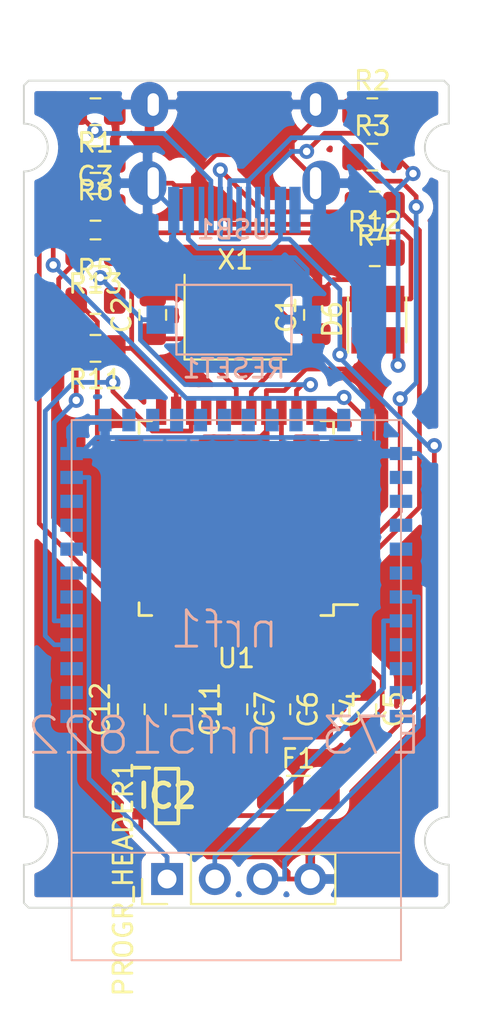
<source format=kicad_pcb>
(kicad_pcb (version 20171130) (host pcbnew "(5.1.2)-2")
  (layers (0 F.Cu signal) (31 B.Cu signal) (34 B.Paste user) (35 F.Paste user) (36 B.SilkS user) (37 F.SilkS user) (38 B.Mask user) (39 F.Mask user) (44 Edge.Cuts user))
  (net 0 "")
  (net 1 GND)
  (net 2 "Net-(C1-Pad1)")
  (net 3 "Net-(C2-Pad1)")
  (net 4 "Net-(C3-Pad1)")
  (net 5 +5V)
  (net 6 VCC)
  (net 7 +3.3V)
  (net 8 "Net-(D6-Pad3)")
  (net 9 "Net-(D6-Pad2)")
  (net 10 SWDIO)
  (net 11 SWCLK)
  (net 12 "Net-(nrf1-Pad10)")
  (net 13 "Net-(nrf1-Pad9)")
  (net 14 "Net-(nrf1-Pad8)")
  (net 15 "Net-(nrf1-Pad7)")
  (net 16 "Net-(nrf1-Pad6)")
  (net 17 TXODIV)
  (net 18 RXI)
  (net 19 "Net-(nrf1-Pad3)")
  (net 20 "Net-(nrf1-Pad2)")
  (net 21 "Net-(nrf1-Pad36)")
  (net 22 "Net-(nrf1-Pad35)")
  (net 23 "Net-(nrf1-Pad34)")
  (net 24 "Net-(nrf1-Pad33)")
  (net 25 "Net-(nrf1-Pad30)")
  (net 26 "Net-(nrf1-Pad29)")
  (net 27 "Net-(nrf1-Pad28)")
  (net 28 "Net-(nrf1-Pad27)")
  (net 29 "Net-(nrf1-Pad26)")
  (net 30 "Net-(nrf1-Pad23)")
  (net 31 "Net-(nrf1-Pad22)")
  (net 32 "Net-(nrf1-Pad21)")
  (net 33 "Net-(nrf1-Pad20)")
  (net 34 "Net-(nrf1-Pad19)")
  (net 35 "Net-(nrf1-Pad18)")
  (net 36 "Net-(nrf1-Pad17)")
  (net 37 "Net-(nrf1-Pad16)")
  (net 38 "Net-(nrf1-Pad15)")
  (net 39 "Net-(nrf1-Pad14)")
  (net 40 "Net-(nrf1-Pad1)")
  (net 41 "Net-(R1-Pad2)")
  (net 42 "Net-(R2-Pad2)")
  (net 43 D+)
  (net 44 D-)
  (net 45 "Net-(R5-Pad2)")
  (net 46 "Net-(R6-Pad2)")
  (net 47 TXO)
  (net 48 "Net-(U1-Pad42)")
  (net 49 "Net-(U1-Pad41)")
  (net 50 "Net-(U1-Pad40)")
  (net 51 "Net-(U1-Pad39)")
  (net 52 "Net-(U1-Pad38)")
  (net 53 "Net-(U1-Pad37)")
  (net 54 "Net-(U1-Pad36)")
  (net 55 "Net-(U1-Pad32)")
  (net 56 "Net-(U1-Pad31)")
  (net 57 "Net-(U1-Pad30)")
  (net 58 "Net-(U1-Pad29)")
  (net 59 "Net-(U1-Pad28)")
  (net 60 "Net-(U1-Pad27)")
  (net 61 "Net-(U1-Pad26)")
  (net 62 "Net-(U1-Pad25)")
  (net 63 "Net-(U1-Pad22)")
  (net 64 "Net-(U1-Pad19)")
  (net 65 "Net-(U1-Pad18)")
  (net 66 "Net-(U1-Pad12)")
  (net 67 "Net-(U1-Pad11)")
  (net 68 "Net-(U1-Pad10)")
  (net 69 "Net-(U1-Pad9)")
  (net 70 "Net-(U1-Pad8)")
  (net 71 "Net-(U1-Pad1)")
  (net 72 "Net-(USB1-Pad3)")
  (net 73 "Net-(USB1-Pad9)")
  (module XC6206P332MR:SOT95P280X130-3N (layer F.Cu) (at 76.2 130.969)
    (fp_text reference IC2 (at 0 0) (layer F.SilkS) (effects (font (size 1.27 1.27) (thickness 0.254))))
    (fp_text value XC6206P332MR hide)
    (pad 3 smd rect (at 1.4 0 90) (size 0.6 0.9) (layers F.Cu F.Paste F.Mask) (net 6 VCC))
    (pad 2 smd rect (at -1.4 0.95 90) (size 0.6 0.9) (layers F.Cu F.Paste F.Mask) (net 7 +3.3V))
    (pad 1 smd rect (at -1.4 -0.95 90) (size 0.6 0.9) (layers F.Cu F.Paste F.Mask) (net 1 GND))
  )
  (module pcb:HRO-TYPE-C-f14 (layer B.Cu) (at 79.756 90.678)
    (fp_text reference USB1 (at 0 10.2) (layer B.SilkS) (effects (justify mirror)))
    (fp_text value HRO-TYPE-C-31-M-12)
    (pad 13 thru_hole oval (at 4.343 3.555 180) (size 2 2.4) (drill oval 0.6 1.2 (offset -0.2 0)) (layers *.Cu *.Mask) (net 1 GND))
    (pad 13 thru_hole oval (at -4.293 3.555) (size 2 2.4) (drill oval 0.6 1.2 (offset -0.2 0)) (layers *.Cu *.Mask) (net 1 GND))
    (pad 13 thru_hole oval (at 4.345 7.735 180) (size 2 2.4) (drill oval 0.6 1.7 (offset -0.3 0)) (layers *.Cu *.Mask) (net 1 GND))
    (pad "" np_thru_hole circle (at -2.865 7.205) (size 0.65 0.65) (drill 0.65) (layers *.Cu *.Mask))
    (pad 12 smd rect (at 3.25 9.15) (size 0.6 2.45) (layers B.Cu B.Paste B.Mask) (net 1 GND))
    (pad 8 smd rect (at 0.775 9.15) (size 0.3 2.45) (layers B.Cu B.Paste B.Mask) (net 9 "Net-(D6-Pad2)"))
    (pad 5 smd rect (at -0.725 9.15) (size 0.3 2.45) (layers B.Cu B.Paste B.Mask) (net 8 "Net-(D6-Pad3)"))
    (pad 3 smd rect (at -1.725 9.15) (size 0.3 2.45) (layers B.Cu B.Paste B.Mask) (net 72 "Net-(USB1-Pad3)"))
    (pad 11 smd rect (at 2.475 9.15) (size 0.6 2.45) (layers B.Cu B.Paste B.Mask) (net 6 VCC))
    (pad 9 smd rect (at 1.275 9.15) (size 0.3 2.45) (layers B.Cu B.Paste B.Mask) (net 73 "Net-(USB1-Pad9)"))
    (pad 4 smd rect (at -1.225 9.15) (size 0.3 2.45) (layers B.Cu B.Paste B.Mask) (net 41 "Net-(R1-Pad2)"))
    (pad 2 smd rect (at -2.425 9.15) (size 0.6 2.45) (layers B.Cu B.Paste B.Mask) (net 6 VCC))
    (pad "" np_thru_hole circle (at 2.915 7.205) (size 0.65 0.65) (drill 0.65) (layers *.Cu *.Mask))
    (pad 1 smd rect (at -3.2 9.15) (size 0.6 2.45) (layers B.Cu B.Paste B.Mask) (net 1 GND))
    (pad 6 smd rect (at -0.225 9.15) (size 0.3 2.45) (layers B.Cu B.Paste B.Mask) (net 9 "Net-(D6-Pad2)"))
    (pad 7 smd rect (at 0.275 9.15) (size 0.3 2.45) (layers B.Cu B.Paste B.Mask) (net 8 "Net-(D6-Pad3)"))
    (pad 13 thru_hole oval (at -4.293 7.735) (size 2 2.4) (drill oval 0.6 1.7 (offset -0.3 0)) (layers *.Cu *.Mask) (net 1 GND))
    (pad 10 smd rect (at 1.775 9.15) (size 0.3 2.45) (layers B.Cu B.Paste B.Mask) (net 42 "Net-(R2-Pad2)"))
  )
  (module Capacitor_SMD:C_0805_2012Metric_Pad1.15x1.40mm_HandSolder (layer F.Cu) (at 74.295 126.365 90)
    (fp_text reference C12 (at 0 -1.65 90) (layer F.SilkS))
    (fp_text value 1uF)
    (pad 2 smd roundrect (at 1.025 0 90) (size 1.15 1.4) (layers F.Cu F.Paste F.Mask) (roundrect_rratio 0.217391) (net 1 GND))
    (pad 1 smd roundrect (at -1.025 0 90) (size 1.15 1.4) (layers F.Cu F.Paste F.Mask) (roundrect_rratio 0.217391) (net 7 +3.3V))
  )
  (module Crystal:Crystal_SMD_3225-4Pin_3.2x2.5mm_HandSoldering (layer F.Cu) (at 79.83 105.53)
    (fp_text reference X1 (at 0 -3.05) (layer F.SilkS))
    (fp_text value Crystal_GND24)
    (pad 4 smd rect (at -1.45 -1.15) (size 2.1 1.8) (layers F.Cu F.Paste F.Mask) (net 1 GND))
    (pad 3 smd rect (at 1.45 -1.15) (size 2.1 1.8) (layers F.Cu F.Paste F.Mask) (net 2 "Net-(C1-Pad1)"))
    (pad 2 smd rect (at 1.45 1.15) (size 2.1 1.8) (layers F.Cu F.Paste F.Mask) (net 1 GND))
    (pad 1 smd rect (at -1.45 1.15) (size 2.1 1.8) (layers F.Cu F.Paste F.Mask) (net 3 "Net-(C2-Pad1)"))
  )
  (module Package_QFP:TQFP-44_10x10mm_P0.8mm (layer F.Cu) (at 79.883 116.205 180)
    (fp_text reference U1 (at 0 -7.45) (layer F.SilkS))
    (fp_text value ATmega32U4-AU)
    (pad 1 smd rect (at -5.7 -4 180) (size 1.5 0.55) (layers F.Cu F.Paste F.Mask) (net 71 "Net-(U1-Pad1)"))
    (pad 2 smd rect (at -5.7 -3.2 180) (size 1.5 0.55) (layers F.Cu F.Paste F.Mask) (net 5 +5V))
    (pad 3 smd rect (at -5.7 -2.4 180) (size 1.5 0.55) (layers F.Cu F.Paste F.Mask) (net 44 D-))
    (pad 4 smd rect (at -5.7 -1.6 180) (size 1.5 0.55) (layers F.Cu F.Paste F.Mask) (net 43 D+))
    (pad 5 smd rect (at -5.7 -0.8 180) (size 1.5 0.55) (layers F.Cu F.Paste F.Mask) (net 1 GND))
    (pad 6 smd rect (at -5.7 0 180) (size 1.5 0.55) (layers F.Cu F.Paste F.Mask) (net 4 "Net-(C3-Pad1)"))
    (pad 7 smd rect (at -5.7 0.8 180) (size 1.5 0.55) (layers F.Cu F.Paste F.Mask) (net 5 +5V))
    (pad 8 smd rect (at -5.7 1.6 180) (size 1.5 0.55) (layers F.Cu F.Paste F.Mask) (net 70 "Net-(U1-Pad8)"))
    (pad 9 smd rect (at -5.7 2.4 180) (size 1.5 0.55) (layers F.Cu F.Paste F.Mask) (net 69 "Net-(U1-Pad9)"))
    (pad 10 smd rect (at -5.7 3.2 180) (size 1.5 0.55) (layers F.Cu F.Paste F.Mask) (net 68 "Net-(U1-Pad10)"))
    (pad 11 smd rect (at -5.7 4 180) (size 1.5 0.55) (layers F.Cu F.Paste F.Mask) (net 67 "Net-(U1-Pad11)"))
    (pad 12 smd rect (at -4 5.7 270) (size 1.5 0.55) (layers F.Cu F.Paste F.Mask) (net 66 "Net-(U1-Pad12)"))
    (pad 13 smd rect (at -3.2 5.7 270) (size 1.5 0.55) (layers F.Cu F.Paste F.Mask) (net 45 "Net-(R5-Pad2)"))
    (pad 14 smd rect (at -2.4 5.7 270) (size 1.5 0.55) (layers F.Cu F.Paste F.Mask) (net 5 +5V))
    (pad 15 smd rect (at -1.6 5.7 270) (size 1.5 0.55) (layers F.Cu F.Paste F.Mask) (net 1 GND))
    (pad 16 smd rect (at -0.8 5.7 270) (size 1.5 0.55) (layers F.Cu F.Paste F.Mask) (net 2 "Net-(C1-Pad1)"))
    (pad 17 smd rect (at 0 5.7 270) (size 1.5 0.55) (layers F.Cu F.Paste F.Mask) (net 3 "Net-(C2-Pad1)"))
    (pad 18 smd rect (at 0.8 5.7 270) (size 1.5 0.55) (layers F.Cu F.Paste F.Mask) (net 65 "Net-(U1-Pad18)"))
    (pad 19 smd rect (at 1.6 5.7 270) (size 1.5 0.55) (layers F.Cu F.Paste F.Mask) (net 64 "Net-(U1-Pad19)"))
    (pad 20 smd rect (at 2.4 5.7 270) (size 1.5 0.55) (layers F.Cu F.Paste F.Mask) (net 18 RXI))
    (pad 21 smd rect (at 3.2 5.7 270) (size 1.5 0.55) (layers F.Cu F.Paste F.Mask) (net 47 TXO))
    (pad 22 smd rect (at 4 5.7 270) (size 1.5 0.55) (layers F.Cu F.Paste F.Mask) (net 63 "Net-(U1-Pad22)"))
    (pad 23 smd rect (at 5.7 4 180) (size 1.5 0.55) (layers F.Cu F.Paste F.Mask) (net 1 GND))
    (pad 24 smd rect (at 5.7 3.2 180) (size 1.5 0.55) (layers F.Cu F.Paste F.Mask) (net 5 +5V))
    (pad 25 smd rect (at 5.7 2.4 180) (size 1.5 0.55) (layers F.Cu F.Paste F.Mask) (net 62 "Net-(U1-Pad25)"))
    (pad 26 smd rect (at 5.7 1.6 180) (size 1.5 0.55) (layers F.Cu F.Paste F.Mask) (net 61 "Net-(U1-Pad26)"))
    (pad 27 smd rect (at 5.7 0.8 180) (size 1.5 0.55) (layers F.Cu F.Paste F.Mask) (net 60 "Net-(U1-Pad27)"))
    (pad 28 smd rect (at 5.7 0 180) (size 1.5 0.55) (layers F.Cu F.Paste F.Mask) (net 59 "Net-(U1-Pad28)"))
    (pad 29 smd rect (at 5.7 -0.8 180) (size 1.5 0.55) (layers F.Cu F.Paste F.Mask) (net 58 "Net-(U1-Pad29)"))
    (pad 30 smd rect (at 5.7 -1.6 180) (size 1.5 0.55) (layers F.Cu F.Paste F.Mask) (net 57 "Net-(U1-Pad30)"))
    (pad 31 smd rect (at 5.7 -2.4 180) (size 1.5 0.55) (layers F.Cu F.Paste F.Mask) (net 56 "Net-(U1-Pad31)"))
    (pad 32 smd rect (at 5.7 -3.2 180) (size 1.5 0.55) (layers F.Cu F.Paste F.Mask) (net 55 "Net-(U1-Pad32)"))
    (pad 33 smd rect (at 5.7 -4 180) (size 1.5 0.55) (layers F.Cu F.Paste F.Mask) (net 46 "Net-(R6-Pad2)"))
    (pad 34 smd rect (at 4 -5.7 270) (size 1.5 0.55) (layers F.Cu F.Paste F.Mask) (net 5 +5V))
    (pad 35 smd rect (at 3.2 -5.7 270) (size 1.5 0.55) (layers F.Cu F.Paste F.Mask) (net 1 GND))
    (pad 36 smd rect (at 2.4 -5.7 270) (size 1.5 0.55) (layers F.Cu F.Paste F.Mask) (net 54 "Net-(U1-Pad36)"))
    (pad 37 smd rect (at 1.6 -5.7 270) (size 1.5 0.55) (layers F.Cu F.Paste F.Mask) (net 53 "Net-(U1-Pad37)"))
    (pad 38 smd rect (at 0.8 -5.7 270) (size 1.5 0.55) (layers F.Cu F.Paste F.Mask) (net 52 "Net-(U1-Pad38)"))
    (pad 39 smd rect (at 0 -5.7 270) (size 1.5 0.55) (layers F.Cu F.Paste F.Mask) (net 51 "Net-(U1-Pad39)"))
    (pad 40 smd rect (at -0.8 -5.7 270) (size 1.5 0.55) (layers F.Cu F.Paste F.Mask) (net 50 "Net-(U1-Pad40)"))
    (pad 41 smd rect (at -1.6 -5.7 270) (size 1.5 0.55) (layers F.Cu F.Paste F.Mask) (net 49 "Net-(U1-Pad41)"))
    (pad 42 smd rect (at -2.4 -5.7 270) (size 1.5 0.55) (layers F.Cu F.Paste F.Mask) (net 48 "Net-(U1-Pad42)"))
    (pad 43 smd rect (at -3.2 -5.7 270) (size 1.5 0.55) (layers F.Cu F.Paste F.Mask) (net 1 GND))
    (pad 44 smd rect (at -4 -5.7 270) (size 1.5 0.55) (layers F.Cu F.Paste F.Mask) (net 5 +5V))
  )
  (module Button_Switch_SMD:SW_SPST_CK_RS282G05A3 (layer B.Cu) (at 79.756 105.664)
    (fp_text reference RESET1 (at 0 2.6) (layer B.SilkS) (effects (justify mirror)))
    (fp_text value SW_SPST)
    (pad 2 smd rect (at 3.9 0) (size 1.5 1.5) (layers B.Cu B.Paste B.Mask) (net 1 GND))
    (pad 1 smd rect (at -3.9 0) (size 1.5 1.5) (layers B.Cu B.Paste B.Mask) (net 45 "Net-(R5-Pad2)"))
  )
  (module Resistor_SMD:R_0805_2012Metric_Pad1.15x1.40mm_HandSolder (layer F.Cu) (at 72.39 102.108 180)
    (fp_text reference R13 (at 0 -1.65) (layer F.SilkS))
    (fp_text value 1.5K)
    (pad 2 smd roundrect (at 1.025 0 180) (size 1.15 1.4) (layers F.Cu F.Paste F.Mask) (roundrect_rratio 0.217391) (net 17 TXODIV))
    (pad 1 smd roundrect (at -1.025 0 180) (size 1.15 1.4) (layers F.Cu F.Paste F.Mask) (roundrect_rratio 0.217391) (net 47 TXO))
  )
  (module Resistor_SMD:R_0805_2012Metric_Pad1.15x1.40mm_HandSolder (layer F.Cu) (at 87.249 102.108)
    (fp_text reference R12 (at 0 -1.65) (layer F.SilkS))
    (fp_text value 1.5K)
    (pad 2 smd roundrect (at 1.025 0) (size 1.15 1.4) (layers F.Cu F.Paste F.Mask) (roundrect_rratio 0.217391) (net 1 GND))
    (pad 1 smd roundrect (at -1.025 0) (size 1.15 1.4) (layers F.Cu F.Paste F.Mask) (roundrect_rratio 0.217391) (net 17 TXODIV))
  )
  (module Resistor_SMD:R_0805_2012Metric_Pad1.15x1.40mm_HandSolder (layer F.Cu) (at 72.39 107.188 180)
    (fp_text reference R11 (at 0 -1.65) (layer F.SilkS))
    (fp_text value 1.5K)
    (pad 2 smd roundrect (at 1.025 0 180) (size 1.15 1.4) (layers F.Cu F.Paste F.Mask) (roundrect_rratio 0.217391) (net 17 TXODIV))
    (pad 1 smd roundrect (at -1.025 0 180) (size 1.15 1.4) (layers F.Cu F.Paste F.Mask) (roundrect_rratio 0.217391) (net 47 TXO))
  )
  (module Resistor_SMD:R_0805_2012Metric_Pad1.15x1.40mm_HandSolder (layer F.Cu) (at 72.39 97.155 180)
    (fp_text reference R6 (at 0 -1.65) (layer F.SilkS))
    (fp_text value 1K)
    (pad 2 smd roundrect (at 1.025 0 180) (size 1.15 1.4) (layers F.Cu F.Paste F.Mask) (roundrect_rratio 0.217391) (net 46 "Net-(R6-Pad2)"))
    (pad 1 smd roundrect (at -1.025 0 180) (size 1.15 1.4) (layers F.Cu F.Paste F.Mask) (roundrect_rratio 0.217391) (net 1 GND))
  )
  (module Resistor_SMD:R_0805_2012Metric_Pad1.15x1.40mm_HandSolder (layer F.Cu) (at 72.39 104.648)
    (fp_text reference R5 (at 0 -1.65) (layer F.SilkS))
    (fp_text value 10K)
    (pad 2 smd roundrect (at 1.025 0) (size 1.15 1.4) (layers F.Cu F.Paste F.Mask) (roundrect_rratio 0.217391) (net 45 "Net-(R5-Pad2)"))
    (pad 1 smd roundrect (at -1.025 0) (size 1.15 1.4) (layers F.Cu F.Paste F.Mask) (roundrect_rratio 0.217391) (net 5 +5V))
  )
  (module Resistor_SMD:R_0805_2012Metric_Pad1.15x1.40mm_HandSolder (layer F.Cu) (at 87.249 99.568 180)
    (fp_text reference R4 (at 0 -1.65) (layer F.SilkS))
    (fp_text value 22)
    (pad 2 smd roundrect (at 1.025 0 180) (size 1.15 1.4) (layers F.Cu F.Paste F.Mask) (roundrect_rratio 0.217391) (net 8 "Net-(D6-Pad3)"))
    (pad 1 smd roundrect (at -1.025 0 180) (size 1.15 1.4) (layers F.Cu F.Paste F.Mask) (roundrect_rratio 0.217391) (net 44 D-))
  )
  (module Resistor_SMD:R_0805_2012Metric_Pad1.15x1.40mm_HandSolder (layer F.Cu) (at 87.122 97.028)
    (fp_text reference R3 (at 0 -1.65) (layer F.SilkS))
    (fp_text value 22)
    (pad 2 smd roundrect (at 1.025 0) (size 1.15 1.4) (layers F.Cu F.Paste F.Mask) (roundrect_rratio 0.217391) (net 9 "Net-(D6-Pad2)"))
    (pad 1 smd roundrect (at -1.025 0) (size 1.15 1.4) (layers F.Cu F.Paste F.Mask) (roundrect_rratio 0.217391) (net 43 D+))
  )
  (module Resistor_SMD:R_0805_2012Metric_Pad1.15x1.40mm_HandSolder (layer F.Cu) (at 87.122 94.615)
    (fp_text reference R2 (at 0 -1.65) (layer F.SilkS))
    (fp_text value 5.1K)
    (pad 2 smd roundrect (at 1.025 0) (size 1.15 1.4) (layers F.Cu F.Paste F.Mask) (roundrect_rratio 0.217391) (net 42 "Net-(R2-Pad2)"))
    (pad 1 smd roundrect (at -1.025 0) (size 1.15 1.4) (layers F.Cu F.Paste F.Mask) (roundrect_rratio 0.217391) (net 1 GND))
  )
  (module Resistor_SMD:R_0805_2012Metric_Pad1.15x1.40mm_HandSolder (layer F.Cu) (at 72.39 94.615 180)
    (fp_text reference R1 (at 0 -1.65) (layer F.SilkS))
    (fp_text value 5.1K)
    (pad 2 smd roundrect (at 1.025 0 180) (size 1.15 1.4) (layers F.Cu F.Paste F.Mask) (roundrect_rratio 0.217391) (net 41 "Net-(R1-Pad2)"))
    (pad 1 smd roundrect (at -1.025 0 180) (size 1.15 1.4) (layers F.Cu F.Paste F.Mask) (roundrect_rratio 0.217391) (net 1 GND))
  )
  (module Connector_PinHeader_2.54mm:PinHeader_1x04_P2.54mm_Vertical (layer F.Cu) (at 76.2 135.382 90)
    (fp_text reference PROGR_HEADER1 (at 0 -2.33 90) (layer F.SilkS))
    (fp_text value Conn_01x04_Female)
    (pad 4 thru_hole oval (at 0 7.62 90) (size 1.7 1.7) (drill 1) (layers *.Cu *.Mask) (net 1 GND))
    (pad 3 thru_hole oval (at 0 5.08 90) (size 1.7 1.7) (drill 1) (layers *.Cu *.Mask) (net 10 SWDIO))
    (pad 2 thru_hole oval (at 0 2.54 90) (size 1.7 1.7) (drill 1) (layers *.Cu *.Mask) (net 11 SWCLK))
    (pad 1 thru_hole rect (at 0 0 90) (size 1.7 1.7) (drill 1) (layers *.Cu *.Mask) (net 7 +3.3V))
  )
  (module wingxx-receiver:E73-nrf51822-Module (layer B.Cu) (at 77.978 110.998)
    (fp_text reference nrf1 (at 1.27 11.1252) (layer B.SilkS) (effects (font (size 1.9304 1.9304) (thickness 0.1524)) (justify mirror)))
    (fp_text value E73-nrf51822 (at 1.27 16.764) (layer B.SilkS) (effects (font (size 1.9304 1.9304) (thickness 0.1524)) (justify mirror)))
    (pad 12 smd rect (at -6.858 1.778 270) (size 0.6985 1.19888) (layers B.Cu B.Paste B.Mask) (net 1 GND))
    (pad 31 smd rect (at 10.668 9.398 270) (size 0.6985 1.19888) (layers B.Cu B.Paste B.Mask) (net 10 SWDIO))
    (pad 32 smd rect (at 10.668 10.668 270) (size 0.6985 1.19888) (layers B.Cu B.Paste B.Mask) (net 11 SWCLK))
    (pad 13 smd rect (at -5.08 0 270) (size 1.19888 0.6985) (layers B.Cu B.Paste B.Mask) (net 1 GND))
    (pad 10 smd rect (at -6.858 4.318 270) (size 0.6985 1.19888) (layers B.Cu B.Paste B.Mask) (net 12 "Net-(nrf1-Pad10)"))
    (pad 9 smd rect (at -6.858 5.588 270) (size 0.6985 1.19888) (layers B.Cu B.Paste B.Mask) (net 13 "Net-(nrf1-Pad9)"))
    (pad 8 smd rect (at -6.858 6.858 270) (size 0.6985 1.19888) (layers B.Cu B.Paste B.Mask) (net 14 "Net-(nrf1-Pad8)"))
    (pad 7 smd rect (at -6.858 8.128 270) (size 0.6985 1.19888) (layers B.Cu B.Paste B.Mask) (net 15 "Net-(nrf1-Pad7)"))
    (pad 6 smd rect (at -6.858 9.398 270) (size 0.6985 1.19888) (layers B.Cu B.Paste B.Mask) (net 16 "Net-(nrf1-Pad6)"))
    (pad 5 smd rect (at -6.858 10.668 270) (size 0.6985 1.19888) (layers B.Cu B.Paste B.Mask) (net 17 TXODIV))
    (pad 4 smd rect (at -6.858 11.938 270) (size 0.6985 1.19888) (layers B.Cu B.Paste B.Mask) (net 18 RXI))
    (pad 3 smd rect (at -6.858 13.208 270) (size 0.6985 1.19888) (layers B.Cu B.Paste B.Mask) (net 19 "Net-(nrf1-Pad3)"))
    (pad 2 smd rect (at -6.858 14.478 270) (size 0.6985 1.19888) (layers B.Cu B.Paste B.Mask) (net 20 "Net-(nrf1-Pad2)"))
    (pad 36 smd rect (at 10.668 15.748 270) (size 0.6985 1.19888) (layers B.Cu B.Paste B.Mask) (net 21 "Net-(nrf1-Pad36)"))
    (pad 35 smd rect (at 10.668 14.478 270) (size 0.6985 1.19888) (layers B.Cu B.Paste B.Mask) (net 22 "Net-(nrf1-Pad35)"))
    (pad 34 smd rect (at 10.668 13.208 270) (size 0.6985 1.19888) (layers B.Cu B.Paste B.Mask) (net 23 "Net-(nrf1-Pad34)"))
    (pad 33 smd rect (at 10.668 11.938 270) (size 0.6985 1.19888) (layers B.Cu B.Paste B.Mask) (net 24 "Net-(nrf1-Pad33)"))
    (pad 30 smd rect (at 10.668 8.128 270) (size 0.6985 1.19888) (layers B.Cu B.Paste B.Mask) (net 25 "Net-(nrf1-Pad30)"))
    (pad 29 smd rect (at 10.668 6.858 270) (size 0.6985 1.19888) (layers B.Cu B.Paste B.Mask) (net 26 "Net-(nrf1-Pad29)"))
    (pad 28 smd rect (at 10.668 5.588 270) (size 0.6985 1.19888) (layers B.Cu B.Paste B.Mask) (net 27 "Net-(nrf1-Pad28)"))
    (pad 27 smd rect (at 10.668 4.318 270) (size 0.6985 1.19888) (layers B.Cu B.Paste B.Mask) (net 28 "Net-(nrf1-Pad27)"))
    (pad 26 smd rect (at 10.668 3.048 270) (size 0.6985 1.19888) (layers B.Cu B.Paste B.Mask) (net 29 "Net-(nrf1-Pad26)"))
    (pad 25 smd rect (at 10.668 1.778 270) (size 0.6985 1.19888) (layers B.Cu B.Paste B.Mask) (net 1 GND))
    (pad 24 smd rect (at 8.89 0 270) (size 1.19888 0.6985) (layers B.Cu B.Paste B.Mask) (net 1 GND))
    (pad 23 smd rect (at 7.62 0 270) (size 1.19888 0.6985) (layers B.Cu B.Paste B.Mask) (net 30 "Net-(nrf1-Pad23)"))
    (pad 22 smd rect (at 6.35 0 270) (size 1.19888 0.6985) (layers B.Cu B.Paste B.Mask) (net 31 "Net-(nrf1-Pad22)"))
    (pad 21 smd rect (at 5.08 0 270) (size 1.19888 0.6985) (layers B.Cu B.Paste B.Mask) (net 32 "Net-(nrf1-Pad21)"))
    (pad 20 smd rect (at 3.81 0 270) (size 1.19888 0.6985) (layers B.Cu B.Paste B.Mask) (net 33 "Net-(nrf1-Pad20)"))
    (pad 19 smd rect (at 2.54 0 270) (size 1.19888 0.6985) (layers B.Cu B.Paste B.Mask) (net 34 "Net-(nrf1-Pad19)"))
    (pad 18 smd rect (at 1.27 0 270) (size 1.19888 0.6985) (layers B.Cu B.Paste B.Mask) (net 35 "Net-(nrf1-Pad18)"))
    (pad 17 smd rect (at 0 0 270) (size 1.19888 0.6985) (layers B.Cu B.Paste B.Mask) (net 36 "Net-(nrf1-Pad17)"))
    (pad 16 smd rect (at -1.27 0 270) (size 1.19888 0.6985) (layers B.Cu B.Paste B.Mask) (net 37 "Net-(nrf1-Pad16)"))
    (pad 15 smd rect (at -2.54 0 270) (size 1.19888 0.6985) (layers B.Cu B.Paste B.Mask) (net 38 "Net-(nrf1-Pad15)"))
    (pad 14 smd rect (at -3.81 0 270) (size 1.19888 0.6985) (layers B.Cu B.Paste B.Mask) (net 39 "Net-(nrf1-Pad14)"))
    (pad 1 smd rect (at -6.858 15.748 270) (size 0.6985 1.19888) (layers B.Cu B.Paste B.Mask) (net 40 "Net-(nrf1-Pad1)"))
    (pad 11 smd rect (at -6.858 3.048 270) (size 0.6985 1.19888) (layers B.Cu B.Paste B.Mask) (net 7 +3.3V))
  )
  (module Fuse:Fuse_1206_3216Metric_Pad1.42x1.75mm_HandSolder (layer F.Cu) (at 83.185 130.81)
    (fp_text reference F1 (at 0 -1.82) (layer F.SilkS))
    (fp_text value MF-NSMF050-2)
    (pad 2 smd roundrect (at 1.4875 0) (size 1.425 1.75) (layers F.Cu F.Paste F.Mask) (roundrect_rratio 0.175439) (net 6 VCC))
    (pad 1 smd roundrect (at -1.4875 0) (size 1.425 1.75) (layers F.Cu F.Paste F.Mask) (roundrect_rratio 0.175439) (net 5 +5V))
  )
  (module Package_TO_SOT_SMD:SOT-143 (layer F.Cu) (at 87.376 105.664 90)
    (fp_text reference D6 (at 0.02 -2.38 90) (layer F.SilkS))
    (fp_text value PRTR5V0U2X)
    (pad 4 smd rect (at 1.1 -0.95) (size 1 1.4) (layers F.Cu F.Paste F.Mask) (net 6 VCC))
    (pad 3 smd rect (at 1.1 0.95) (size 1 1.4) (layers F.Cu F.Paste F.Mask) (net 8 "Net-(D6-Pad3)"))
    (pad 2 smd rect (at -1.1 0.95) (size 1 1.4) (layers F.Cu F.Paste F.Mask) (net 9 "Net-(D6-Pad2)"))
    (pad 1 smd rect (at -1.1 -0.77) (size 1.2 1.4) (layers F.Cu F.Paste F.Mask) (net 1 GND))
  )
  (module Capacitor_SMD:C_0805_2012Metric_Pad1.15x1.40mm_HandSolder (layer F.Cu) (at 76.835 126.365 270)
    (fp_text reference C11 (at 0 -1.65 90) (layer F.SilkS))
    (fp_text value 1uF)
    (pad 2 smd roundrect (at 1.025 0 270) (size 1.15 1.4) (layers F.Cu F.Paste F.Mask) (roundrect_rratio 0.217391) (net 6 VCC))
    (pad 1 smd roundrect (at -1.025 0 270) (size 1.15 1.4) (layers F.Cu F.Paste F.Mask) (roundrect_rratio 0.217391) (net 1 GND))
  )
  (module Capacitor_SMD:C_0805_2012Metric_Pad1.15x1.40mm_HandSolder (layer F.Cu) (at 79.756 126.365 270)
    (fp_text reference C7 (at 0 -1.65 90) (layer F.SilkS))
    (fp_text value 10uF)
    (pad 2 smd roundrect (at 1.025 0 270) (size 1.15 1.4) (layers F.Cu F.Paste F.Mask) (roundrect_rratio 0.217391) (net 5 +5V))
    (pad 1 smd roundrect (at -1.025 0 270) (size 1.15 1.4) (layers F.Cu F.Paste F.Mask) (roundrect_rratio 0.217391) (net 1 GND))
  )
  (module Capacitor_SMD:C_0805_2012Metric_Pad1.15x1.40mm_HandSolder (layer F.Cu) (at 82.042 126.365 270)
    (fp_text reference C6 (at 0 -1.65 90) (layer F.SilkS))
    (fp_text value 100nF)
    (pad 2 smd roundrect (at 1.025 0 270) (size 1.15 1.4) (layers F.Cu F.Paste F.Mask) (roundrect_rratio 0.217391) (net 5 +5V))
    (pad 1 smd roundrect (at -1.025 0 270) (size 1.15 1.4) (layers F.Cu F.Paste F.Mask) (roundrect_rratio 0.217391) (net 1 GND))
  )
  (module Capacitor_SMD:C_0805_2012Metric_Pad1.15x1.40mm_HandSolder (layer F.Cu) (at 86.614 126.365 270)
    (fp_text reference C5 (at 0 -1.65 270) (layer F.SilkS))
    (fp_text value 100nF)
    (pad 2 smd roundrect (at 1.025 0 270) (size 1.15 1.4) (layers F.Cu F.Paste F.Mask) (roundrect_rratio 0.217391) (net 5 +5V))
    (pad 1 smd roundrect (at -1.025 0 270) (size 1.15 1.4) (layers F.Cu F.Paste F.Mask) (roundrect_rratio 0.217391) (net 1 GND))
  )
  (module Capacitor_SMD:C_0805_2012Metric_Pad1.15x1.40mm_HandSolder (layer F.Cu) (at 84.328 126.365 270)
    (fp_text reference C4 (at 0 -1.65 90) (layer F.SilkS))
    (fp_text value 100nF)
    (pad 2 smd roundrect (at 1.025 0 270) (size 1.15 1.4) (layers F.Cu F.Paste F.Mask) (roundrect_rratio 0.217391) (net 5 +5V))
    (pad 1 smd roundrect (at -1.025 0 270) (size 1.15 1.4) (layers F.Cu F.Paste F.Mask) (roundrect_rratio 0.217391) (net 1 GND))
  )
  (module Capacitor_SMD:C_0805_2012Metric_Pad1.15x1.40mm_HandSolder (layer F.Cu) (at 72.39 99.695)
    (fp_text reference C3 (at 0 -1.65) (layer F.SilkS))
    (fp_text value 1uF)
    (pad 2 smd roundrect (at 1.025 0) (size 1.15 1.4) (layers F.Cu F.Paste F.Mask) (roundrect_rratio 0.217391) (net 1 GND))
    (pad 1 smd roundrect (at -1.025 0) (size 1.15 1.4) (layers F.Cu F.Paste F.Mask) (roundrect_rratio 0.217391) (net 4 "Net-(C3-Pad1)"))
  )
  (module Capacitor_SMD:C_0805_2012Metric_Pad1.15x1.40mm_HandSolder (layer F.Cu) (at 75.438 105.41 90)
    (fp_text reference C2 (at 0 -1.65 90) (layer F.SilkS))
    (fp_text value 22pF)
    (pad 2 smd roundrect (at 1.025 0 90) (size 1.15 1.4) (layers F.Cu F.Paste F.Mask) (roundrect_rratio 0.217391) (net 1 GND))
    (pad 1 smd roundrect (at -1.025 0 90) (size 1.15 1.4) (layers F.Cu F.Paste F.Mask) (roundrect_rratio 0.217391) (net 3 "Net-(C2-Pad1)"))
  )
  (module Capacitor_SMD:C_0805_2012Metric_Pad1.15x1.40mm_HandSolder (layer F.Cu) (at 84.201 105.41 90)
    (fp_text reference C1 (at 0 -1.65 90) (layer F.SilkS))
    (fp_text value 22pF)
    (pad 2 smd roundrect (at 1.025 0 90) (size 1.15 1.4) (layers F.Cu F.Paste F.Mask) (roundrect_rratio 0.217391) (net 1 GND))
    (pad 1 smd roundrect (at -1.025 0 90) (size 1.15 1.4) (layers F.Cu F.Paste F.Mask) (roundrect_rratio 0.217391) (net 2 "Net-(C1-Pad1)"))
  )
  (gr_line (start 91.186 95.25) (end 91.186 93.218) (layer Edge.Cuts) (width 0.1))
  (gr_line (start 91.186 134.62) (end 91.186 136.652) (layer Edge.Cuts) (width 0.1))
  (gr_line (start 91.186 97.79) (end 91.186 132.08) (layer Edge.Cuts) (width 0.1))
  (gr_line (start 68.58 134.62) (end 68.58 136.652) (layer Edge.Cuts) (width 0.1))
  (gr_line (start 68.58 93.218) (end 68.58 95.25) (layer Edge.Cuts) (width 0.1))
  (gr_arc (start 91.186 133.35) (end 91.186 132.08) (angle -180) (layer Edge.Cuts) (width 0.1))
  (gr_arc (start 91.186 96.52) (end 91.186 95.25) (angle -180) (layer Edge.Cuts) (width 0.1))
  (gr_arc (start 68.58 96.52) (end 68.58 97.79) (angle -180) (layer Edge.Cuts) (width 0.1))
  (gr_arc (start 68.58 133.35) (end 68.58 134.62) (angle -180) (layer Edge.Cuts) (width 0.1))
  (gr_line (start 68.834 92.964) (end 68.58 93.218) (layer Edge.Cuts) (width 0.1))
  (gr_line (start 90.932 92.964) (end 91.186 93.218) (layer Edge.Cuts) (width 0.1))
  (gr_line (start 90.932 136.906) (end 91.186 136.652) (layer Edge.Cuts) (width 0.1))
  (gr_line (start 68.58 136.652) (end 68.834 136.906) (layer Edge.Cuts) (width 0.1))
  (gr_line (start 68.58 132.08) (end 68.58 97.79) (layer Edge.Cuts) (width 0.1))
  (gr_line (start 90.932 136.906) (end 68.834 136.906) (layer Edge.Cuts) (width 0.1))
  (gr_line (start 68.834 92.964) (end 90.932 92.964) (layer Edge.Cuts) (width 0.1))
  (segment (start 73.415 97.155) (end 73.415 94.615) (width 0.25) (layer F.Cu) (net 1))
  (segment (start 73.415 98.413) (end 73.415 97.155) (width 0.25) (layer F.Cu) (net 1))
  (segment (start 73.415 94.615) (end 73.5557 94.615) (width 0.25) (layer F.Cu) (net 1))
  (segment (start 73.5557 94.615) (end 73.9377 94.233) (width 0.25) (layer F.Cu) (net 1))
  (segment (start 86.1094 108.2859) (end 83.5899 108.2859) (width 0.25) (layer F.Cu) (net 1))
  (segment (start 83.5899 108.2859) (end 82.4461 109.4297) (width 0.25) (layer F.Cu) (net 1))
  (segment (start 82.4461 109.4297) (end 81.483 109.4297) (width 0.25) (layer F.Cu) (net 1))
  (segment (start 86.606 107.7893) (end 86.1094 108.2859) (width 0.25) (layer F.Cu) (net 1))
  (segment (start 86.1094 108.2859) (end 87.1271 109.3036) (width 0.25) (layer F.Cu) (net 1))
  (segment (start 87.1271 109.3036) (end 87.1271 116.5362) (width 0.25) (layer F.Cu) (net 1))
  (segment (start 87.1271 116.5362) (end 86.6583 117.005) (width 0.25) (layer F.Cu) (net 1))
  (segment (start 85.583 117.005) (end 86.6583 117.005) (width 0.25) (layer F.Cu) (net 1))
  (segment (start 81.483 110.505) (end 81.483 109.4297) (width 0.25) (layer F.Cu) (net 1))
  (segment (start 86.606 106.764) (end 86.606 107.7893) (width 0.25) (layer F.Cu) (net 1))
  (segment (start 86.606 106.6041) (end 86.606 106.764) (width 0.25) (layer F.Cu) (net 1))
  (segment (start 86.868 111.9227) (end 72.898 111.9227) (width 0.25) (layer B.Cu) (net 1))
  (segment (start 86.868 111.8101) (end 86.868 111.9227) (width 0.25) (layer B.Cu) (net 1))
  (segment (start 86.868 110.998) (end 86.868 111.8101) (width 0.25) (layer B.Cu) (net 1))
  (segment (start 86.868 111.9227) (end 87.7213 112.776) (width 0.25) (layer B.Cu) (net 1))
  (segment (start 86.868 110.5356) (end 86.868 110.998) (width 0.25) (layer B.Cu) (net 1))
  (segment (start 88.646 112.776) (end 87.7213 112.776) (width 0.25) (layer B.Cu) (net 1))
  (segment (start 86.868 110.5356) (end 86.868 110.0733) (width 0.25) (layer B.Cu) (net 1))
  (segment (start 75.2583 112.205) (end 80.8583 112.205) (width 0.25) (layer F.Cu) (net 1))
  (segment (start 80.8583 112.205) (end 81.483 111.5803) (width 0.25) (layer F.Cu) (net 1))
  (segment (start 86.868 110.0733) (end 86.868 110.0262) (width 0.25) (layer B.Cu) (net 1))
  (segment (start 86.868 110.0262) (end 83.656 106.8142) (width 0.25) (layer B.Cu) (net 1))
  (segment (start 83.656 106.8142) (end 83.656 105.664) (width 0.25) (layer B.Cu) (net 1))
  (segment (start 76.3155 104.385) (end 76.3155 102.7406) (width 0.25) (layer F.Cu) (net 1))
  (segment (start 76.3155 102.7406) (end 76.5127 102.5434) (width 0.25) (layer F.Cu) (net 1))
  (segment (start 76.5127 102.5434) (end 83.2035 102.5434) (width 0.25) (layer F.Cu) (net 1))
  (segment (start 83.2035 102.5434) (end 84.201 103.5409) (width 0.25) (layer F.Cu) (net 1))
  (segment (start 84.201 103.5409) (end 84.201 104.385) (width 0.25) (layer F.Cu) (net 1))
  (segment (start 76.3155 104.385) (end 78.375 104.385) (width 0.25) (layer F.Cu) (net 1))
  (segment (start 78.375 104.385) (end 78.38 104.38) (width 0.25) (layer F.Cu) (net 1))
  (segment (start 75.438 104.385) (end 76.3155 104.385) (width 0.25) (layer F.Cu) (net 1))
  (segment (start 77.5984 98.5453) (end 77.5984 98.0968) (width 0.25) (layer F.Cu) (net 1))
  (segment (start 77.5984 98.0968) (end 78.7987 96.8965) (width 0.25) (layer F.Cu) (net 1))
  (segment (start 78.7987 96.8965) (end 82.8628 96.8965) (width 0.25) (layer F.Cu) (net 1))
  (segment (start 87.9623 102.4195) (end 87.9623 102.181) (width 0.25) (layer F.Cu) (net 1))
  (segment (start 87.9623 102.181) (end 86.3803 100.599) (width 0.25) (layer F.Cu) (net 1))
  (segment (start 86.3803 100.599) (end 79.6521 100.599) (width 0.25) (layer F.Cu) (net 1))
  (segment (start 79.6521 100.599) (end 77.5984 98.5453) (width 0.25) (layer F.Cu) (net 1))
  (segment (start 77.5984 98.5453) (end 76.6206 98.5453) (width 0.25) (layer F.Cu) (net 1))
  (segment (start 76.6206 98.5453) (end 76.4883 98.413) (width 0.25) (layer F.Cu) (net 1))
  (segment (start 72.898 110.998) (end 72.898 111.9227) (width 0.25) (layer B.Cu) (net 1))
  (segment (start 71.5824 112.776) (end 72.4357 111.9227) (width 0.25) (layer B.Cu) (net 1))
  (segment (start 72.4357 111.9227) (end 72.898 111.9227) (width 0.25) (layer B.Cu) (net 1))
  (segment (start 71.12 112.776) (end 71.5824 112.776) (width 0.25) (layer B.Cu) (net 1))
  (segment (start 84.201 104.385) (end 85.047 103.539) (width 0.25) (layer F.Cu) (net 1))
  (segment (start 85.047 103.539) (end 86.843 103.539) (width 0.25) (layer F.Cu) (net 1))
  (segment (start 86.843 103.539) (end 87.1239 103.258) (width 0.25) (layer F.Cu) (net 1))
  (segment (start 79.756 125.34) (end 82.042 125.34) (width 0.25) (layer F.Cu) (net 1))
  (segment (start 76.835 125.34) (end 79.756 125.34) (width 0.25) (layer F.Cu) (net 1))
  (segment (start 84.328 125.34) (end 86.614 125.34) (width 0.25) (layer F.Cu) (net 1))
  (segment (start 83.083 124.299) (end 83.287 124.299) (width 0.25) (layer F.Cu) (net 1))
  (segment (start 83.287 124.299) (end 84.328 125.34) (width 0.25) (layer F.Cu) (net 1))
  (segment (start 82.8628 96.8965) (end 82.8628 96.9915) (width 0.25) (layer F.Cu) (net 1))
  (segment (start 82.8628 96.9915) (end 84.101 98.2297) (width 0.25) (layer F.Cu) (net 1))
  (segment (start 84.101 98.2297) (end 84.101 98.413) (width 0.25) (layer F.Cu) (net 1))
  (segment (start 84.8617 94.233) (end 82.8628 96.2319) (width 0.25) (layer F.Cu) (net 1))
  (segment (start 82.8628 96.2319) (end 82.8628 96.8965) (width 0.25) (layer F.Cu) (net 1))
  (segment (start 84.8617 94.233) (end 85.6243 94.233) (width 0.25) (layer F.Cu) (net 1))
  (segment (start 84.099 94.233) (end 84.8617 94.233) (width 0.25) (layer F.Cu) (net 1))
  (segment (start 76.556 99.828) (end 76.556 101.3783) (width 0.25) (layer B.Cu) (net 1))
  (segment (start 83.656 105.664) (end 83.656 103.0077) (width 0.25) (layer B.Cu) (net 1))
  (segment (start 83.656 103.0077) (end 83.0179 102.3696) (width 0.25) (layer B.Cu) (net 1))
  (segment (start 83.0179 102.3696) (end 77.5473 102.3696) (width 0.25) (layer B.Cu) (net 1))
  (segment (start 77.5473 102.3696) (end 76.556 101.3783) (width 0.25) (layer B.Cu) (net 1))
  (segment (start 75.463 99.1756) (end 75.9036 99.1756) (width 0.25) (layer B.Cu) (net 1))
  (segment (start 75.9036 99.1756) (end 76.556 99.828) (width 0.25) (layer B.Cu) (net 1))
  (segment (start 75.463 98.413) (end 75.463 99.1756) (width 0.25) (layer B.Cu) (net 1))
  (segment (start 75.463 94.233) (end 73.9377 94.233) (width 0.25) (layer F.Cu) (net 1))
  (segment (start 81.483 110.505) (end 81.483 111.5803) (width 0.25) (layer F.Cu) (net 1))
  (segment (start 86.606 106.6041) (end 86.606 105.7387) (width 0.25) (layer F.Cu) (net 1))
  (segment (start 83.82 135.382) (end 83.82 134.2067) (width 0.25) (layer B.Cu) (net 1))
  (segment (start 75.463 98.413) (end 76.4883 98.413) (width 0.25) (layer F.Cu) (net 1))
  (segment (start 87.9623 102.4195) (end 88.274 102.108) (width 0.25) (layer F.Cu) (net 1))
  (segment (start 87.1239 103.258) (end 87.6506 102.731) (width 0.25) (layer F.Cu) (net 1))
  (segment (start 87.6506 102.731) (end 87.9623 102.4195) (width 0.25) (layer F.Cu) (net 1))
  (segment (start 76.835 125.34) (end 76.4524 125.34) (width 0.25) (layer F.Cu) (net 1))
  (segment (start 76.4524 125.34) (end 75.3737 126.4187) (width 0.25) (layer F.Cu) (net 1))
  (segment (start 76.683 122.9803) (end 76.835 123.1323) (width 0.25) (layer F.Cu) (net 1))
  (segment (start 76.835 123.1323) (end 76.835 125.34) (width 0.25) (layer F.Cu) (net 1))
  (segment (start 75.3737 126.4187) (end 75.3737 128.82) (width 0.25) (layer F.Cu) (net 1))
  (segment (start 75.3737 128.82) (end 74.8 129.3937) (width 0.25) (layer F.Cu) (net 1))
  (segment (start 74.295 125.34) (end 75.3737 126.4187) (width 0.25) (layer F.Cu) (net 1))
  (segment (start 74.8 130.019) (end 74.8 130.6443) (width 0.25) (layer F.Cu) (net 1))
  (segment (start 83.82 135.382) (end 82.6447 135.382) (width 0.25) (layer F.Cu) (net 1))
  (segment (start 82.6447 135.382) (end 82.6447 135.0146) (width 0.25) (layer F.Cu) (net 1))
  (segment (start 82.6447 135.0146) (end 81.8368 134.2067) (width 0.25) (layer F.Cu) (net 1))
  (segment (start 81.8368 134.2067) (end 78.3624 134.2067) (width 0.25) (layer F.Cu) (net 1))
  (segment (start 78.3624 134.2067) (end 74.8 130.6443) (width 0.25) (layer F.Cu) (net 1))
  (segment (start 76.683 121.905) (end 76.683 122.9803) (width 0.25) (layer F.Cu) (net 1))
  (segment (start 89.5707 112.776) (end 90.085 113.2903) (width 0.25) (layer B.Cu) (net 1))
  (segment (start 90.085 113.2903) (end 90.085 127.9417) (width 0.25) (layer B.Cu) (net 1))
  (segment (start 90.085 127.9417) (end 83.82 134.2067) (width 0.25) (layer B.Cu) (net 1))
  (segment (start 75.463 98.413) (end 75.3337 98.413) (width 0.25) (layer F.Cu) (net 1))
  (segment (start 75.2857 98.413) (end 75.3337 98.413) (width 0.25) (layer F.Cu) (net 1))
  (segment (start 75.2857 98.413) (end 73.8377 98.413) (width 0.25) (layer F.Cu) (net 1))
  (segment (start 74.183 112.205) (end 75.2583 112.205) (width 0.25) (layer F.Cu) (net 1))
  (segment (start 74.8 130.019) (end 74.8 129.3937) (width 0.25) (layer F.Cu) (net 1))
  (segment (start 83.083 124.299) (end 82.042 125.34) (width 0.25) (layer F.Cu) (net 1))
  (segment (start 83.083 122.8677) (end 83.083 124.299) (width 0.25) (layer F.Cu) (net 1))
  (segment (start 83.083 121.905) (end 83.083 122.8677) (width 0.25) (layer F.Cu) (net 1))
  (segment (start 88.646 112.776) (end 89.5707 112.776) (width 0.25) (layer B.Cu) (net 1))
  (segment (start 73.415 99.695) (end 73.415 98.413) (width 0.25) (layer F.Cu) (net 1))
  (segment (start 87.1239 103.258) (end 87.2514 103.3855) (width 0.25) (layer F.Cu) (net 1))
  (segment (start 87.2514 103.3855) (end 87.2514 105.4161) (width 0.25) (layer F.Cu) (net 1))
  (segment (start 87.2514 105.4161) (end 86.9288 105.7387) (width 0.25) (layer F.Cu) (net 1))
  (segment (start 86.9288 105.7387) (end 86.606 105.7387) (width 0.25) (layer F.Cu) (net 1))
  (segment (start 84.101 99.9383) (end 83.1163 99.9383) (width 0.25) (layer B.Cu) (net 1))
  (segment (start 83.1163 99.9383) (end 83.006 99.828) (width 0.25) (layer B.Cu) (net 1))
  (segment (start 84.101 98.413) (end 84.101 99.9383) (width 0.25) (layer B.Cu) (net 1))
  (segment (start 73.415 98.413) (end 73.8377 98.413) (width 0.25) (layer F.Cu) (net 1))
  (segment (start 86.097 94.615) (end 86.0063 94.615) (width 0.25) (layer F.Cu) (net 1))
  (segment (start 86.0063 94.615) (end 85.6243 94.233) (width 0.25) (layer F.Cu) (net 1))
  (segment (start 78.38 104.38) (end 78.83 104.38) (width 0.25) (layer F.Cu) (net 1))
  (segment (start 78.83 104.38) (end 81.13 106.68) (width 0.25) (layer F.Cu) (net 1))
  (segment (start 81.13 106.68) (end 81.28 106.68) (width 0.25) (layer F.Cu) (net 1))
  (segment (start 84.201 106.435) (end 82.731 107.905) (width 0.25) (layer F.Cu) (net 2))
  (segment (start 82.731 107.905) (end 82.283 107.905) (width 0.25) (layer F.Cu) (net 2))
  (segment (start 82.283 107.905) (end 80.683 109.505) (width 0.25) (layer F.Cu) (net 2))
  (segment (start 80.683 109.505) (end 80.683 110.505) (width 0.25) (layer F.Cu) (net 2))
  (segment (start 81.28 104.38) (end 81.43 104.38) (width 0.25) (layer F.Cu) (net 2))
  (segment (start 81.43 104.38) (end 83.485 106.435) (width 0.25) (layer F.Cu) (net 2))
  (segment (start 83.485 106.435) (end 84.201 106.435) (width 0.25) (layer F.Cu) (net 2))
  (segment (start 78.38 106.68) (end 75.683 106.68) (width 0.25) (layer F.Cu) (net 3))
  (segment (start 75.683 106.68) (end 75.438 106.435) (width 0.25) (layer F.Cu) (net 3))
  (segment (start 78.38 106.68) (end 78.38 107.83) (width 0.25) (layer F.Cu) (net 3))
  (segment (start 78.38 107.83) (end 79.883 109.333) (width 0.25) (layer F.Cu) (net 3))
  (segment (start 79.883 109.333) (end 79.883 110.505) (width 0.25) (layer F.Cu) (net 3))
  (segment (start 85.6119 109.7959) (end 86.6583 110.8423) (width 0.25) (layer F.Cu) (net 4))
  (segment (start 86.6583 110.8423) (end 86.6583 116.205) (width 0.25) (layer F.Cu) (net 4))
  (segment (start 70.1404 102.7606) (end 77.224 109.8442) (width 0.25) (layer B.Cu) (net 4))
  (segment (start 77.224 109.8442) (end 85.5636 109.8442) (width 0.25) (layer B.Cu) (net 4))
  (segment (start 85.5636 109.8442) (end 85.6119 109.7959) (width 0.25) (layer B.Cu) (net 4))
  (segment (start 85.583 116.205) (end 86.6583 116.205) (width 0.25) (layer F.Cu) (net 4))
  (segment (start 71.365 99.695) (end 70.1404 100.9196) (width 0.25) (layer F.Cu) (net 4))
  (segment (start 70.1404 100.9196) (end 70.1404 102.7606) (width 0.25) (layer F.Cu) (net 4))
  (via (at 70.1404 102.7606) (size 0.8) (layers F.Cu B.Cu) (net 4))
  (via (at 85.6119 109.7959) (size 0.8) (layers F.Cu B.Cu) (net 4))
  (segment (start 75.883 113.6297) (end 75.2583 113.005) (width 0.25) (layer F.Cu) (net 5))
  (segment (start 75.883 120.8297) (end 75.883 113.6297) (width 0.25) (layer F.Cu) (net 5))
  (segment (start 82.283 113.3927) (end 82.046 113.6297) (width 0.25) (layer F.Cu) (net 5))
  (segment (start 82.046 113.6297) (end 75.883 113.6297) (width 0.25) (layer F.Cu) (net 5))
  (segment (start 82.283 113.3927) (end 82.283 111.4677) (width 0.25) (layer F.Cu) (net 5))
  (segment (start 84.5077 115.405) (end 82.4954 113.3927) (width 0.25) (layer F.Cu) (net 5))
  (segment (start 82.4954 113.3927) (end 82.283 113.3927) (width 0.25) (layer F.Cu) (net 5))
  (segment (start 73.1077 113.005) (end 72.4896 112.3869) (width 0.25) (layer F.Cu) (net 5))
  (segment (start 72.4896 112.3869) (end 72.4896 105.7726) (width 0.25) (layer F.Cu) (net 5))
  (segment (start 72.4896 105.7726) (end 71.365 104.648) (width 0.25) (layer F.Cu) (net 5))
  (segment (start 82.283 110.505) (end 82.283 111.4677) (width 0.25) (layer F.Cu) (net 5))
  (segment (start 85.583 115.405) (end 84.5077 115.405) (width 0.25) (layer F.Cu) (net 5))
  (segment (start 84.5077 119.405) (end 84.5077 115.405) (width 0.25) (layer F.Cu) (net 5))
  (segment (start 83.883 120.8297) (end 84.5077 120.205) (width 0.25) (layer F.Cu) (net 5))
  (segment (start 84.5077 120.205) (end 84.5077 119.405) (width 0.25) (layer F.Cu) (net 5))
  (segment (start 83.883 121.905) (end 83.883 122.9803) (width 0.25) (layer F.Cu) (net 5))
  (segment (start 86.614 127.39) (end 87.6444 126.3596) (width 0.25) (layer F.Cu) (net 5))
  (segment (start 87.6444 126.3596) (end 87.6444 124.7734) (width 0.25) (layer F.Cu) (net 5))
  (segment (start 87.6444 124.7734) (end 85.8513 122.9803) (width 0.25) (layer F.Cu) (net 5))
  (segment (start 85.8513 122.9803) (end 83.883 122.9803) (width 0.25) (layer F.Cu) (net 5))
  (segment (start 84.328 127.39) (end 86.614 127.39) (width 0.25) (layer F.Cu) (net 5))
  (segment (start 74.183 113.005) (end 73.1077 113.005) (width 0.25) (layer F.Cu) (net 5))
  (segment (start 74.7207 113.005) (end 74.183 113.005) (width 0.25) (layer F.Cu) (net 5))
  (segment (start 74.7207 113.005) (end 75.2583 113.005) (width 0.25) (layer F.Cu) (net 5))
  (segment (start 82.042 127.39) (end 84.328 127.39) (width 0.25) (layer F.Cu) (net 5))
  (segment (start 83.883 121.905) (end 83.883 120.8297) (width 0.25) (layer F.Cu) (net 5))
  (segment (start 75.883 121.905) (end 75.883 120.8297) (width 0.25) (layer F.Cu) (net 5))
  (segment (start 81.6975 127.7345) (end 80.1005 127.7345) (width 0.25) (layer F.Cu) (net 5))
  (segment (start 80.1005 127.7345) (end 79.756 127.39) (width 0.25) (layer F.Cu) (net 5))
  (segment (start 85.583 119.405) (end 84.5077 119.405) (width 0.25) (layer F.Cu) (net 5))
  (segment (start 81.6975 127.7345) (end 82.042 127.39) (width 0.25) (layer F.Cu) (net 5))
  (segment (start 81.6975 130.81) (end 81.6975 127.7345) (width 0.25) (layer F.Cu) (net 5))
  (segment (start 84.6725 130.81) (end 84.8796 130.81) (width 0.25) (layer F.Cu) (net 6))
  (segment (start 84.8796 130.81) (end 90.4189 125.2707) (width 0.25) (layer F.Cu) (net 6))
  (segment (start 90.4189 125.2707) (end 90.4189 112.3569) (width 0.25) (layer F.Cu) (net 6))
  (segment (start 85.3939 107.5217) (end 85.3939 107.6911) (width 0.25) (layer B.Cu) (net 6))
  (segment (start 85.3939 107.6911) (end 90.0597 112.3569) (width 0.25) (layer B.Cu) (net 6))
  (segment (start 90.0597 112.3569) (end 90.4189 112.3569) (width 0.25) (layer B.Cu) (net 6))
  (segment (start 82.231 101.3783) (end 82.7104 101.3783) (width 0.25) (layer B.Cu) (net 6))
  (segment (start 82.7104 101.3783) (end 85.3939 104.0618) (width 0.25) (layer B.Cu) (net 6))
  (segment (start 85.3939 104.0618) (end 85.3939 107.5217) (width 0.25) (layer B.Cu) (net 6))
  (segment (start 77.331 99.828) (end 77.331 101.3783) (width 0.25) (layer B.Cu) (net 6))
  (segment (start 77.331 101.3783) (end 77.8223 101.8696) (width 0.25) (layer B.Cu) (net 6))
  (segment (start 77.8223 101.8696) (end 81.7397 101.8696) (width 0.25) (layer B.Cu) (net 6))
  (segment (start 81.7397 101.8696) (end 82.231 101.3783) (width 0.25) (layer B.Cu) (net 6))
  (segment (start 82.231 99.828) (end 82.231 101.3783) (width 0.25) (layer B.Cu) (net 6))
  (segment (start 77.6 131.5943) (end 78.017 132.0113) (width 0.25) (layer F.Cu) (net 6))
  (segment (start 78.017 132.0113) (end 83.4712 132.0113) (width 0.25) (layer F.Cu) (net 6))
  (segment (start 83.4712 132.0113) (end 84.6725 130.81) (width 0.25) (layer F.Cu) (net 6))
  (segment (start 85.6007 104.564) (end 85.6007 107.3149) (width 0.25) (layer F.Cu) (net 6))
  (segment (start 85.6007 107.3149) (end 85.3939 107.5217) (width 0.25) (layer F.Cu) (net 6))
  (segment (start 86.426 104.564) (end 85.6007 104.564) (width 0.25) (layer F.Cu) (net 6))
  (segment (start 77.6 130.969) (end 77.6 131.5943) (width 0.25) (layer F.Cu) (net 6))
  (segment (start 76.835 127.39) (end 76.835 129.5787) (width 0.25) (layer F.Cu) (net 6))
  (segment (start 76.835 129.5787) (end 77.6 130.3437) (width 0.25) (layer F.Cu) (net 6))
  (segment (start 77.6 130.969) (end 77.6 130.3437) (width 0.25) (layer F.Cu) (net 6))
  (via (at 90.4189 112.3569) (size 0.8) (layers F.Cu B.Cu) (net 6))
  (via (at 85.3939 107.5217) (size 0.8) (layers F.Cu B.Cu) (net 6))
  (segment (start 74.8 131.919) (end 74.8 131.2937) (width 0.25) (layer F.Cu) (net 7))
  (segment (start 74.8 131.2937) (end 74.0246 130.5183) (width 0.25) (layer F.Cu) (net 7))
  (segment (start 74.0246 130.5183) (end 74.0246 127.6604) (width 0.25) (layer F.Cu) (net 7))
  (segment (start 74.0246 127.6604) (end 74.295 127.39) (width 0.25) (layer F.Cu) (net 7))
  (segment (start 76.2 134.2067) (end 74.8 132.8067) (width 0.25) (layer F.Cu) (net 7))
  (segment (start 74.8 132.8067) (end 74.8 131.919) (width 0.25) (layer F.Cu) (net 7))
  (segment (start 76.2 134.2067) (end 72.0447 130.0514) (width 0.25) (layer B.Cu) (net 7))
  (segment (start 72.0447 130.0514) (end 72.0447 114.046) (width 0.25) (layer B.Cu) (net 7))
  (segment (start 76.2 135.382) (end 76.2 134.2067) (width 0.25) (layer F.Cu) (net 7))
  (segment (start 76.2 135.382) (end 76.2 134.2067) (width 0.25) (layer B.Cu) (net 7))
  (segment (start 71.12 114.046) (end 72.0447 114.046) (width 0.25) (layer B.Cu) (net 7))
  (segment (start 88.326 104.564) (end 89.1513 104.564) (width 0.25) (layer F.Cu) (net 8))
  (segment (start 89.1513 104.564) (end 89.1755 104.5398) (width 0.25) (layer F.Cu) (net 8))
  (segment (start 89.1755 104.5398) (end 89.1755 101.4174) (width 0.25) (layer F.Cu) (net 8))
  (segment (start 89.1755 101.4174) (end 88.7554 100.9973) (width 0.25) (layer F.Cu) (net 8))
  (segment (start 88.7554 100.9973) (end 87.6533 100.9973) (width 0.25) (layer F.Cu) (net 8))
  (segment (start 87.6533 100.9973) (end 86.224 99.568) (width 0.25) (layer F.Cu) (net 8))
  (segment (start 86.224 99.568) (end 85.8537 99.9383) (width 0.25) (layer F.Cu) (net 8))
  (segment (start 85.8537 99.9383) (end 81.2564 99.9383) (width 0.25) (layer F.Cu) (net 8))
  (segment (start 81.2564 99.9383) (end 79.031 97.7129) (width 0.25) (layer F.Cu) (net 8))
  (segment (start 79.031 97.7129) (end 79.031 99.828) (width 0.25) (layer B.Cu) (net 8))
  (segment (start 80.031 99.828) (end 80.031 101.3783) (width 0.25) (layer B.Cu) (net 8))
  (segment (start 79.031 99.828) (end 79.031 101.3783) (width 0.25) (layer B.Cu) (net 8))
  (segment (start 79.031 101.3783) (end 80.031 101.3783) (width 0.25) (layer B.Cu) (net 8))
  (via (at 79.031 97.7129) (size 0.8) (layers F.Cu B.Cu) (net 8))
  (segment (start 88.31 98.8763) (end 85.4329 95.9993) (width 0.25) (layer B.Cu) (net 9))
  (segment (start 85.4329 95.9993) (end 82.8094 95.9993) (width 0.25) (layer B.Cu) (net 9))
  (segment (start 82.8094 95.9993) (end 80.531 98.2777) (width 0.25) (layer B.Cu) (net 9))
  (segment (start 88.4897 108.0857) (end 88.4897 99.0561) (width 0.25) (layer B.Cu) (net 9))
  (segment (start 88.4897 99.0561) (end 88.31 98.8763) (width 0.25) (layer B.Cu) (net 9))
  (segment (start 88.31 98.8763) (end 89.2862 97.9001) (width 0.25) (layer B.Cu) (net 9))
  (segment (start 88.147 97.028) (end 88.4141 97.028) (width 0.25) (layer F.Cu) (net 9))
  (segment (start 88.4141 97.028) (end 89.2862 97.9001) (width 0.25) (layer F.Cu) (net 9))
  (segment (start 88.326 106.764) (end 88.326 107.7893) (width 0.25) (layer F.Cu) (net 9))
  (segment (start 88.326 107.7893) (end 88.4897 107.953) (width 0.25) (layer F.Cu) (net 9))
  (segment (start 88.4897 107.953) (end 88.4897 108.0857) (width 0.25) (layer F.Cu) (net 9))
  (segment (start 79.531 99.828) (end 79.531 98.2777) (width 0.25) (layer B.Cu) (net 9))
  (segment (start 79.531 98.2777) (end 80.531 98.2777) (width 0.25) (layer B.Cu) (net 9))
  (segment (start 80.531 99.828) (end 80.531 98.2777) (width 0.25) (layer B.Cu) (net 9))
  (via (at 89.2862 97.9001) (size 0.8) (layers F.Cu B.Cu) (net 9))
  (via (at 88.4897 108.0857) (size 0.8) (layers F.Cu B.Cu) (net 9))
  (segment (start 81.28 135.382) (end 82.4553 135.382) (width 0.25) (layer B.Cu) (net 10))
  (segment (start 88.646 120.396) (end 89.5707 120.396) (width 0.25) (layer B.Cu) (net 10))
  (segment (start 89.5707 120.396) (end 89.5707 127.2792) (width 0.25) (layer B.Cu) (net 10))
  (segment (start 89.5707 127.2792) (end 82.4553 134.3946) (width 0.25) (layer B.Cu) (net 10))
  (segment (start 82.4553 134.3946) (end 82.4553 135.382) (width 0.25) (layer B.Cu) (net 10))
  (segment (start 78.74 135.382) (end 78.74 134.2067) (width 0.25) (layer B.Cu) (net 11))
  (segment (start 88.646 121.666) (end 87.7213 121.666) (width 0.25) (layer B.Cu) (net 11))
  (segment (start 87.7213 121.666) (end 87.7213 125.2254) (width 0.25) (layer B.Cu) (net 11))
  (segment (start 87.7213 125.2254) (end 78.74 134.2067) (width 0.25) (layer B.Cu) (net 11))
  (segment (start 71.365 107.188) (end 70.4315 106.2545) (width 0.25) (layer F.Cu) (net 17))
  (segment (start 70.4315 106.2545) (end 70.4315 103.5028) (width 0.25) (layer F.Cu) (net 17))
  (segment (start 70.4315 103.5028) (end 71.365 102.5693) (width 0.25) (layer F.Cu) (net 17))
  (segment (start 71.365 102.5693) (end 71.365 102.108) (width 0.25) (layer F.Cu) (net 17))
  (segment (start 71.365 109.9493) (end 71.365 107.188) (width 0.25) (layer F.Cu) (net 17))
  (segment (start 71.12 121.666) (end 70.1953 121.666) (width 0.25) (layer B.Cu) (net 17))
  (segment (start 70.1953 121.666) (end 70.1953 111.119) (width 0.25) (layer B.Cu) (net 17))
  (segment (start 70.1953 111.119) (end 71.365 109.9493) (width 0.25) (layer B.Cu) (net 17))
  (segment (start 71.365 102.108) (end 72.4236 101.0494) (width 0.25) (layer F.Cu) (net 17))
  (segment (start 72.4236 101.0494) (end 85.1654 101.0494) (width 0.25) (layer F.Cu) (net 17))
  (segment (start 85.1654 101.0494) (end 86.224 102.108) (width 0.25) (layer F.Cu) (net 17))
  (via (at 71.365 109.9493) (size 0.8) (layers F.Cu B.Cu) (net 17))
  (segment (start 73.3175 108.9948) (end 71.2344 108.9948) (width 0.25) (layer B.Cu) (net 18))
  (segment (start 71.2344 108.9948) (end 69.7174 110.5118) (width 0.25) (layer B.Cu) (net 18))
  (segment (start 69.7174 110.5118) (end 69.7174 122.4581) (width 0.25) (layer B.Cu) (net 18))
  (segment (start 69.7174 122.4581) (end 70.1953 122.936) (width 0.25) (layer B.Cu) (net 18))
  (segment (start 71.12 122.936) (end 70.1953 122.936) (width 0.25) (layer B.Cu) (net 18))
  (segment (start 77.483 110.505) (end 77.483 111.5803) (width 0.25) (layer F.Cu) (net 18))
  (segment (start 73.3175 108.9948) (end 73.3175 109.4784) (width 0.25) (layer F.Cu) (net 18))
  (segment (start 73.3175 109.4784) (end 75.4194 111.5803) (width 0.25) (layer F.Cu) (net 18))
  (segment (start 75.4194 111.5803) (end 77.483 111.5803) (width 0.25) (layer F.Cu) (net 18))
  (via (at 73.3175 108.9948) (size 0.8) (layers F.Cu B.Cu) (net 18))
  (segment (start 78.531 99.828) (end 78.531 98.2777) (width 0.25) (layer B.Cu) (net 41))
  (segment (start 78.531 98.2777) (end 76.0212 95.7679) (width 0.25) (layer B.Cu) (net 41))
  (segment (start 76.0212 95.7679) (end 72.5179 95.7679) (width 0.25) (layer B.Cu) (net 41))
  (segment (start 72.5179 95.7679) (end 72.3572 95.6072) (width 0.25) (layer B.Cu) (net 41))
  (segment (start 71.365 94.615) (end 72.3572 95.6072) (width 0.25) (layer F.Cu) (net 41))
  (via (at 72.3572 95.6072) (size 0.8) (layers F.Cu B.Cu) (net 41))
  (segment (start 88.147 94.615) (end 87.0036 95.7584) (width 0.25) (layer F.Cu) (net 42))
  (segment (start 87.0036 95.7584) (end 84.5916 95.7584) (width 0.25) (layer F.Cu) (net 42))
  (segment (start 84.5916 95.7584) (end 83.6253 96.7247) (width 0.25) (layer F.Cu) (net 42))
  (segment (start 81.531 99.828) (end 81.531 98.0232) (width 0.25) (layer B.Cu) (net 42))
  (segment (start 81.531 98.0232) (end 82.8295 96.7247) (width 0.25) (layer B.Cu) (net 42))
  (segment (start 82.8295 96.7247) (end 83.6253 96.7247) (width 0.25) (layer B.Cu) (net 42))
  (via (at 83.6253 96.7247) (size 0.8) (layers F.Cu B.Cu) (net 42))
  (segment (start 86.097 97.028) (end 87.3743 98.3053) (width 0.25) (layer F.Cu) (net 43))
  (segment (start 87.3743 98.3053) (end 88.6495 98.3053) (width 0.25) (layer F.Cu) (net 43))
  (segment (start 88.6495 98.3053) (end 89.4521 99.1079) (width 0.25) (layer F.Cu) (net 43))
  (segment (start 89.4521 99.1079) (end 89.4521 99.6719) (width 0.25) (layer F.Cu) (net 43))
  (segment (start 88.601 109.8689) (end 89.4521 109.0178) (width 0.25) (layer B.Cu) (net 43))
  (segment (start 89.4521 109.0178) (end 89.4521 99.6719) (width 0.25) (layer B.Cu) (net 43))
  (segment (start 85.583 117.805) (end 86.6583 117.805) (width 0.25) (layer F.Cu) (net 43))
  (segment (start 86.6583 117.805) (end 88.601 115.8623) (width 0.25) (layer F.Cu) (net 43))
  (segment (start 88.601 115.8623) (end 88.601 109.8689) (width 0.25) (layer F.Cu) (net 43))
  (via (at 89.4521 99.6719) (size 0.8) (layers F.Cu B.Cu) (net 43))
  (via (at 88.601 109.8689) (size 0.8) (layers F.Cu B.Cu) (net 43))
  (segment (start 85.583 118.605) (end 86.6583 118.605) (width 0.25) (layer F.Cu) (net 44))
  (segment (start 86.6583 118.605) (end 89.6259 115.6374) (width 0.25) (layer F.Cu) (net 44))
  (segment (start 89.6259 115.6374) (end 89.6259 100.9199) (width 0.25) (layer F.Cu) (net 44))
  (segment (start 89.6259 100.9199) (end 88.274 99.568) (width 0.25) (layer F.Cu) (net 44))
  (segment (start 83.8277 109.1142) (end 83.3985 109.1142) (width 0.25) (layer F.Cu) (net 45))
  (segment (start 83.3985 109.1142) (end 83.083 109.4297) (width 0.25) (layer F.Cu) (net 45))
  (segment (start 74.7807 105.664) (end 74.7807 106.7394) (width 0.25) (layer B.Cu) (net 45))
  (segment (start 74.7807 106.7394) (end 77.1555 109.1142) (width 0.25) (layer B.Cu) (net 45))
  (segment (start 77.1555 109.1142) (end 83.8277 109.1142) (width 0.25) (layer B.Cu) (net 45))
  (segment (start 72.643 103.4288) (end 74.7807 105.5665) (width 0.25) (layer B.Cu) (net 45))
  (segment (start 74.7807 105.5665) (end 74.7807 105.664) (width 0.25) (layer B.Cu) (net 45))
  (segment (start 83.083 110.505) (end 83.083 109.4297) (width 0.25) (layer F.Cu) (net 45))
  (segment (start 75.856 105.664) (end 74.7807 105.664) (width 0.25) (layer B.Cu) (net 45))
  (segment (start 72.643 103.4288) (end 73.4149 104.2007) (width 0.25) (layer F.Cu) (net 45))
  (segment (start 73.4149 104.2007) (end 73.415 104.2007) (width 0.25) (layer F.Cu) (net 45))
  (segment (start 73.415 104.2007) (end 73.415 104.648) (width 0.25) (layer F.Cu) (net 45))
  (via (at 83.8277 109.1142) (size 0.8) (layers F.Cu B.Cu) (net 45))
  (via (at 72.643 103.4288) (size 0.8) (layers F.Cu B.Cu) (net 45))
  (segment (start 74.183 120.205) (end 73.1077 120.205) (width 0.25) (layer F.Cu) (net 46))
  (segment (start 73.1077 120.205) (end 69.3991 116.4964) (width 0.25) (layer F.Cu) (net 46))
  (segment (start 69.3991 116.4964) (end 69.3991 99.1209) (width 0.25) (layer F.Cu) (net 46))
  (segment (start 69.3991 99.1209) (end 71.365 97.155) (width 0.25) (layer F.Cu) (net 46))
  (segment (start 74.3169 107.188) (end 74.3169 103.0099) (width 0.25) (layer F.Cu) (net 47))
  (segment (start 74.3169 103.0099) (end 73.415 102.108) (width 0.25) (layer F.Cu) (net 47))
  (segment (start 76.683 109.4297) (end 76.5586 109.4297) (width 0.25) (layer F.Cu) (net 47))
  (segment (start 76.5586 109.4297) (end 74.3169 107.188) (width 0.25) (layer F.Cu) (net 47))
  (segment (start 74.3169 107.188) (end 73.415 107.188) (width 0.25) (layer F.Cu) (net 47))
  (segment (start 76.683 110.505) (end 76.683 109.4297) (width 0.25) (layer F.Cu) (net 47))
  (zone (net 1) (net_name GND) (layer F.Cu) (connect_pads (clearance 0.508)) (min_thickness 0.254) (fill yes (arc_segments 32) (thermal_gap 0.508) (thermal_bridge_width 0.508))
    (polygon (pts (xy 67.31 91.44) (xy 92.71 91.44) (xy 92.71 138.43) (xy 67.31 138.43)))
  )
  (zone (net 1) (net_name GND) (layer B.Cu) (connect_pads (clearance 0.508)) (min_thickness 0.254) (fill yes (arc_segments 32) (thermal_gap 0.508) (thermal_bridge_width 0.508))
    (polygon (pts (xy 67.31 91.44) (xy 92.71 91.44) (xy 92.71 138.43) (xy 67.31 138.43)))
  )
  (zone (net 0) (net_name "") (layer B.Cu) (connect_pads (clearance 0.508)) (min_thickness 0.254) (fill yes (arc_segments 32) (thermal_gap 0.508) (thermal_bridge_width 0.508))
    (polygon (pts (xy 67.31 91.44) (xy 92.71 91.44) (xy 92.71 138.43) (xy 67.31 138.43)))
  )
  (zone (net 0) (net_name "") (layer F.Cu) (connect_pads (clearance 0.508)) (min_thickness 0.254) (fill yes (arc_segments 32) (thermal_gap 0.508) (thermal_bridge_width 0.508))
    (polygon (pts (xy 68.31 92.44) (xy 93.71 92.44) (xy 93.71 139.43) (xy 68.31 139.43)))
  )
)
</source>
